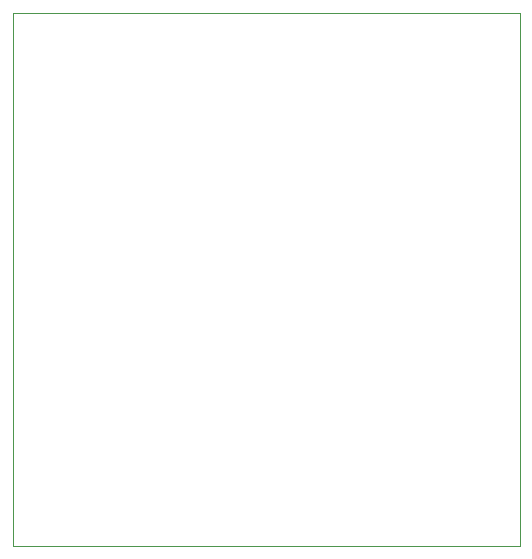
<source format=gbr>
%TF.GenerationSoftware,Altium Limited,Altium Designer,23.6.0 (18)*%
G04 Layer_Color=0*
%FSLAX45Y45*%
%MOMM*%
%TF.SameCoordinates,CF38A103-D8AE-499C-B0C4-B378558345B8*%
%TF.FilePolarity,Positive*%
%TF.FileFunction,Profile,NP*%
%TF.Part,Single*%
G01*
G75*
%TA.AperFunction,Profile*%
%ADD42C,0.02540*%
D42*
X2743200Y8115300D02*
Y12623800D01*
X7035800D01*
Y8115300D01*
X2743200D01*
%TF.MD5,38cfbfac10e198323a78ef4feae7860e*%
M02*

</source>
